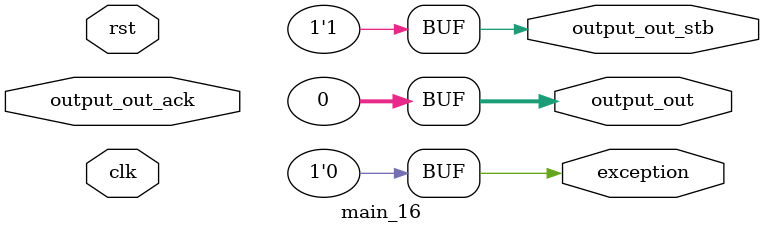
<source format=v>
module main_16 (output_out_ack,clk,rst,output_out,output_out_stb,exception);
  input output_out_ack;
  input clk;
  input rst;
  output [31:0] output_out;
  output output_out_stb;
  output exception;

  assign output_out = 0;
  assign output_out_stb = 1;
  assign exception = 0;
endmodule
</source>
